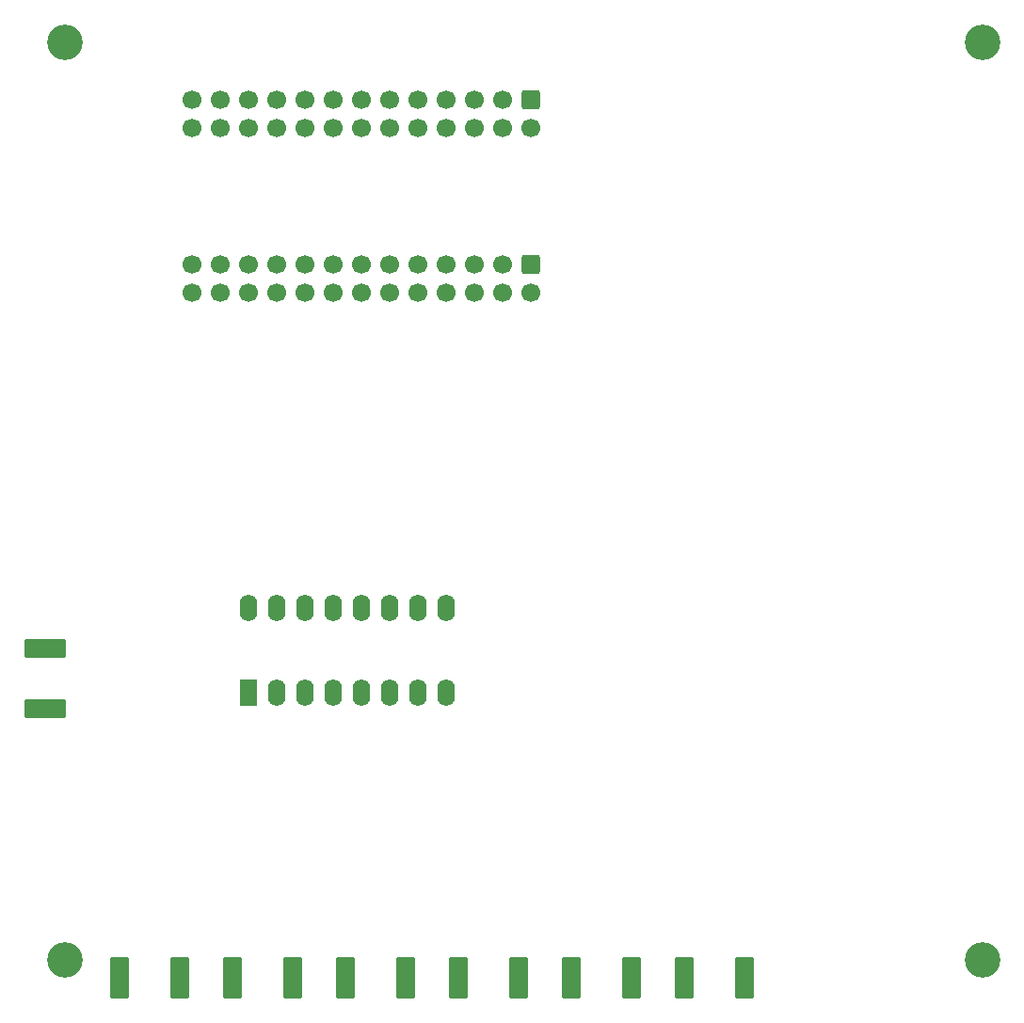
<source format=gbr>
%TF.GenerationSoftware,KiCad,Pcbnew,8.0.3*%
%TF.CreationDate,2024-06-20T11:56:58+02:00*%
%TF.ProjectId,Mux Brd V1,4d757820-4272-4642-9056-312e6b696361,rev?*%
%TF.SameCoordinates,Original*%
%TF.FileFunction,Soldermask,Bot*%
%TF.FilePolarity,Negative*%
%FSLAX46Y46*%
G04 Gerber Fmt 4.6, Leading zero omitted, Abs format (unit mm)*
G04 Created by KiCad (PCBNEW 8.0.3) date 2024-06-20 11:56:58*
%MOMM*%
%LPD*%
G01*
G04 APERTURE LIST*
G04 Aperture macros list*
%AMRoundRect*
0 Rectangle with rounded corners*
0 $1 Rounding radius*
0 $2 $3 $4 $5 $6 $7 $8 $9 X,Y pos of 4 corners*
0 Add a 4 corners polygon primitive as box body*
4,1,4,$2,$3,$4,$5,$6,$7,$8,$9,$2,$3,0*
0 Add four circle primitives for the rounded corners*
1,1,$1+$1,$2,$3*
1,1,$1+$1,$4,$5*
1,1,$1+$1,$6,$7*
1,1,$1+$1,$8,$9*
0 Add four rect primitives between the rounded corners*
20,1,$1+$1,$2,$3,$4,$5,0*
20,1,$1+$1,$4,$5,$6,$7,0*
20,1,$1+$1,$6,$7,$8,$9,0*
20,1,$1+$1,$8,$9,$2,$3,0*%
G04 Aperture macros list end*
%ADD10R,1.600000X2.400000*%
%ADD11O,1.600000X2.400000*%
%ADD12C,3.200000*%
%ADD13RoundRect,0.250000X-0.600000X0.600000X-0.600000X-0.600000X0.600000X-0.600000X0.600000X0.600000X0*%
%ADD14C,1.700000*%
%ADD15RoundRect,0.102000X-1.750000X-0.750000X1.750000X-0.750000X1.750000X0.750000X-1.750000X0.750000X0*%
%ADD16RoundRect,0.102000X0.750000X-1.750000X0.750000X1.750000X-0.750000X1.750000X-0.750000X-1.750000X0*%
G04 APERTURE END LIST*
D10*
%TO.C,U1*%
X46990000Y-90170000D03*
D11*
X49530000Y-90170000D03*
X52070000Y-90170000D03*
X54610000Y-90170000D03*
X57150000Y-90170000D03*
X59690000Y-90170000D03*
X62230000Y-90170000D03*
X64770000Y-90170000D03*
X64770000Y-82550000D03*
X62230000Y-82550000D03*
X59690000Y-82550000D03*
X57150000Y-82550000D03*
X54610000Y-82550000D03*
X52070000Y-82550000D03*
X49530000Y-82550000D03*
X46990000Y-82550000D03*
%TD*%
D12*
%TO.C,H1*%
X30480000Y-31623000D03*
%TD*%
%TO.C,H2*%
X113030000Y-31623000D03*
%TD*%
%TO.C,H3*%
X113030000Y-114173000D03*
%TD*%
%TO.C,H4*%
X30480000Y-114173000D03*
%TD*%
D13*
%TO.C,J-RP-Ext1-1*%
X72390000Y-36804600D03*
D14*
X72390000Y-39344600D03*
X69850000Y-36804600D03*
X69850000Y-39344600D03*
X67310000Y-36804600D03*
X67310000Y-39344600D03*
X64770000Y-36804600D03*
X64770000Y-39344600D03*
X62230000Y-36804600D03*
X62230000Y-39344600D03*
X59690000Y-36804600D03*
X59690000Y-39344600D03*
X57150000Y-36804600D03*
X57150000Y-39344600D03*
X54610000Y-36804600D03*
X54610000Y-39344600D03*
X52070000Y-36804600D03*
X52070000Y-39344600D03*
X49530000Y-36804600D03*
X49530000Y-39344600D03*
X46990000Y-36804600D03*
X46990000Y-39344600D03*
X44450000Y-36804600D03*
X44450000Y-39344600D03*
X41910000Y-36804600D03*
X41910000Y-39344600D03*
%TD*%
D13*
%TO.C,J-RP-Ext1-2*%
X72440800Y-51587400D03*
D14*
X72440800Y-54127400D03*
X69900800Y-51587400D03*
X69900800Y-54127400D03*
X67360800Y-51587400D03*
X67360800Y-54127400D03*
X64820800Y-51587400D03*
X64820800Y-54127400D03*
X62280800Y-51587400D03*
X62280800Y-54127400D03*
X59740800Y-51587400D03*
X59740800Y-54127400D03*
X57200800Y-51587400D03*
X57200800Y-54127400D03*
X54660800Y-51587400D03*
X54660800Y-54127400D03*
X52120800Y-51587400D03*
X52120800Y-54127400D03*
X49580800Y-51587400D03*
X49580800Y-54127400D03*
X47040800Y-51587400D03*
X47040800Y-54127400D03*
X44500800Y-51587400D03*
X44500800Y-54127400D03*
X41960800Y-51587400D03*
X41960800Y-54127400D03*
%TD*%
D15*
%TO.C,RP-Out-1*%
X28702000Y-86200000D03*
X28702000Y-91600000D03*
%TD*%
D16*
%TO.C,SiPM-In-1*%
X35400000Y-115824000D03*
X40800000Y-115824000D03*
%TD*%
%TO.C,SiPM-In-2*%
X45560000Y-115824000D03*
X50960000Y-115824000D03*
%TD*%
%TO.C,SiPM-In-3*%
X55720000Y-115824000D03*
X61120000Y-115824000D03*
%TD*%
%TO.C,SiPM-In-4*%
X65880000Y-115824000D03*
X71280000Y-115824000D03*
%TD*%
%TO.C,SiPM-In-5*%
X76040000Y-115824000D03*
X81440000Y-115824000D03*
%TD*%
%TO.C,SiPM-In-6*%
X86200000Y-115824000D03*
X91600000Y-115824000D03*
%TD*%
M02*

</source>
